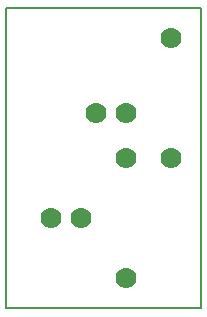
<source format=gbr>
G04 PROTEUS GERBER X2 FILE*
%TF.GenerationSoftware,Labcenter,Proteus,8.5-SP0-Build22067*%
%TF.CreationDate,2020-12-07T21:36:56+00:00*%
%TF.FileFunction,Copper,L16,Bot*%
%TF.FilePolarity,Positive*%
%TF.Part,Single*%
%FSLAX45Y45*%
%MOMM*%
G01*
%TA.AperFunction,ComponentPad*%
%ADD11C,1.778000*%
%TA.AperFunction,Profile*%
%ADD13C,0.203200*%
D11*
X-2921000Y+1270000D03*
X-2667000Y+1270000D03*
X-3302000Y+381000D03*
X-3048000Y+381000D03*
X-2286000Y+1905000D03*
X-2286000Y+889000D03*
X-2667000Y+889000D03*
X-2667000Y-127000D03*
D13*
X-3683000Y-381000D02*
X-2032000Y-381000D01*
X-2032000Y+2159000D01*
X-3683000Y+2159000D01*
X-3683000Y-381000D01*
M02*

</source>
